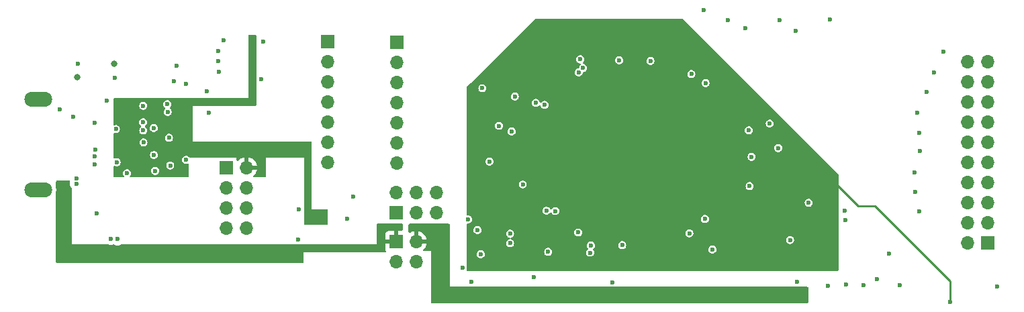
<source format=gbr>
%TF.GenerationSoftware,KiCad,Pcbnew,7.0.6-7.0.6~ubuntu20.04.1*%
%TF.CreationDate,2023-10-29T13:00:39+01:00*%
%TF.ProjectId,amurNutzlast,616d7572-4e75-4747-9a6c-6173742e6b69,rev?*%
%TF.SameCoordinates,Original*%
%TF.FileFunction,Copper,L3,Inr*%
%TF.FilePolarity,Positive*%
%FSLAX46Y46*%
G04 Gerber Fmt 4.6, Leading zero omitted, Abs format (unit mm)*
G04 Created by KiCad (PCBNEW 7.0.6-7.0.6~ubuntu20.04.1) date 2023-10-29 13:00:39*
%MOMM*%
%LPD*%
G01*
G04 APERTURE LIST*
%TA.AperFunction,ComponentPad*%
%ADD10R,1.700000X1.700000*%
%TD*%
%TA.AperFunction,ComponentPad*%
%ADD11O,1.700000X1.700000*%
%TD*%
%TA.AperFunction,ComponentPad*%
%ADD12O,3.500000X1.900000*%
%TD*%
%TA.AperFunction,ViaPad*%
%ADD13C,0.600000*%
%TD*%
%TA.AperFunction,ViaPad*%
%ADD14C,0.800000*%
%TD*%
%TA.AperFunction,Conductor*%
%ADD15C,0.250000*%
%TD*%
G04 APERTURE END LIST*
D10*
%TO.N,/fpga/FTDI_DCD*%
%TO.C,J7*%
X98275000Y-34980000D03*
D11*
%TO.N,/fpga/FTDI_DSR*%
X98275000Y-37520000D03*
%TO.N,/fpga/FTDI_DTR*%
X98275000Y-40060000D03*
%TO.N,/fpga/FTDI_CTS*%
X98275000Y-42600000D03*
%TO.N,/fpga/FTDI_RTS*%
X98275000Y-45140000D03*
%TO.N,/fpga/FTDI_TX*%
X98275000Y-47680000D03*
%TO.N,/fpga/FTDI_RX*%
X98275000Y-50220000D03*
%TD*%
D10*
%TO.N,/ftdi/DCD*%
%TO.C,J5*%
X89595000Y-34879000D03*
D11*
%TO.N,/ftdi/DSR*%
X89595000Y-37419000D03*
%TO.N,/ftdi/DTR*%
X89595000Y-39959000D03*
%TO.N,/ftdi/CTS*%
X89595000Y-42499000D03*
%TO.N,/ftdi/RTS*%
X89595000Y-45039000D03*
%TO.N,/ftdi/TX*%
X89595000Y-47579000D03*
%TO.N,/ftdi/RX*%
X89595000Y-50119000D03*
%TD*%
D10*
%TO.N,/MISO*%
%TO.C,J1*%
X98225000Y-56475000D03*
D11*
%TO.N,/ICE_CDONE*%
X98225000Y-53935000D03*
%TO.N,/SS*%
X100765000Y-56475000D03*
%TO.N,/ICE_CREST*%
X100765000Y-53935000D03*
%TO.N,/MOSI*%
X103305000Y-56475000D03*
%TO.N,/SCL*%
X103305000Y-53935000D03*
%TD*%
D10*
%TO.N,GND1*%
%TO.C,J4*%
X76768000Y-50759000D03*
D11*
%TO.N,+3.3VP*%
X79308000Y-50759000D03*
%TO.N,/ftdi/ICE_CREST*%
X76768000Y-53299000D03*
%TO.N,/ftdi/ICE_CLK*%
X79308000Y-53299000D03*
%TO.N,/ftdi/ICE_CDONE*%
X76768000Y-55839000D03*
%TO.N,/ftdi/ICE_MOSI*%
X79308000Y-55839000D03*
%TO.N,/ftdi/ICE_SS*%
X76768000Y-58379000D03*
%TO.N,/ftdi/ICE_MISO*%
X79308000Y-58379000D03*
%TD*%
D10*
%TO.N,/fpga/PIO1*%
%TO.C,J8*%
X172750000Y-60260000D03*
D11*
%TO.N,/fpga/PIO2*%
X170210000Y-60260000D03*
%TO.N,/fpga/PIO3*%
X172750000Y-57720000D03*
%TO.N,/fpga/PIO4*%
X170210000Y-57720000D03*
%TO.N,/fpga/PIO5*%
X172750000Y-55180000D03*
%TO.N,/fpga/PIO6*%
X170210000Y-55180000D03*
%TO.N,/fpga/PIO7*%
X172750000Y-52640000D03*
%TO.N,/fpga/PIO8*%
X170210000Y-52640000D03*
%TO.N,/fpga/PIO9*%
X172750000Y-50100000D03*
%TO.N,/fpga/PIO10*%
X170210000Y-50100000D03*
%TO.N,/fpga/PIO11*%
X172750000Y-47560000D03*
%TO.N,/fpga/PIO12*%
X170210000Y-47560000D03*
%TO.N,/fpga/PIO13*%
X172750000Y-45020000D03*
%TO.N,/fpga/PIO14*%
X170210000Y-45020000D03*
%TO.N,/fpga/PIO15*%
X172750000Y-42480000D03*
%TO.N,/fpga/PIO16*%
X170210000Y-42480000D03*
%TO.N,/fpga/PIO17*%
X172750000Y-39940000D03*
%TO.N,/fpga/PIO18*%
X170210000Y-39940000D03*
%TO.N,/fpga/PIO19*%
X172750000Y-37400000D03*
%TO.N,/fpga/PIO20*%
X170210000Y-37400000D03*
%TD*%
D12*
%TO.N,GND1*%
%TO.C,J6*%
X53061000Y-53538000D03*
X53061000Y-42138000D03*
%TD*%
D10*
%TO.N,VBUS*%
%TO.C,J2*%
X98160000Y-60100000D03*
D11*
%TO.N,+5V*%
X100700000Y-60100000D03*
%TO.N,GND1*%
X98160000Y-62640000D03*
%TO.N,GND*%
X100700000Y-62640000D03*
%TD*%
D13*
%TO.N,+1V2*%
X150200000Y-55200000D03*
X161700000Y-65600000D03*
%TO.N,GND1*%
X60236500Y-48513500D03*
%TO.N,+3.3V*%
X168050000Y-67750000D03*
%TO.N,GND*%
X174000000Y-65800000D03*
X121150000Y-58950000D03*
X126700000Y-60550000D03*
X135150000Y-59050000D03*
X130250000Y-37300000D03*
X126307436Y-37227301D03*
X121200000Y-38750000D03*
X121750000Y-38200000D03*
X121400000Y-37100000D03*
%TO.N,+3.3V*%
X115100000Y-37800000D03*
%TO.N,GND*%
X115800000Y-42600000D03*
X109050000Y-40750000D03*
X113150000Y-41800000D03*
X108450000Y-58650000D03*
X148750000Y-65150000D03*
X137000000Y-30850000D03*
X142250000Y-33150000D03*
X148600000Y-33550000D03*
X145300000Y-45200000D03*
X137200000Y-40100000D03*
X135402825Y-38958475D03*
X154750000Y-56200000D03*
X154950000Y-65500000D03*
X154850000Y-57400000D03*
X160350000Y-61600000D03*
X147850000Y-59900000D03*
X146350000Y-48300000D03*
%TO.N,+3.3V*%
X146450000Y-53400000D03*
%TO.N,GND*%
X142750000Y-53100000D03*
X138050000Y-61100000D03*
X125450000Y-65300000D03*
X117150000Y-56200000D03*
X117350000Y-61400000D03*
X114150000Y-52900000D03*
X106550000Y-63400000D03*
%TO.N,+3.3V*%
X135800000Y-60150000D03*
X153550000Y-52700000D03*
X112350000Y-58095000D03*
X135150000Y-38200000D03*
X117850000Y-46400000D03*
X116850000Y-55400000D03*
X140250000Y-54000000D03*
X137500000Y-40850000D03*
X127450000Y-63100000D03*
X120583884Y-58233884D03*
X109850000Y-41050000D03*
X124050000Y-35300000D03*
X153550000Y-51900000D03*
%TO.N,Net-(U1E-VCCPLL)*%
X112750000Y-46200000D03*
%TO.N,GNDD*%
X111150000Y-45500000D03*
%TO.N,+1V2*%
X109950000Y-50000000D03*
X118250000Y-56250000D03*
X142650000Y-46050000D03*
X116900000Y-42850000D03*
X137125500Y-57250000D03*
%TO.N,Net-(D1-K)*%
X143000000Y-49400000D03*
%TO.N,Net-(D6-A)*%
X62175000Y-59725000D03*
%TO.N,+3.3VP*%
X67620088Y-43599500D03*
X88452000Y-56601000D03*
X70383735Y-42643614D03*
X88452000Y-57617000D03*
X71812279Y-46314714D03*
X70700000Y-50552500D03*
X65084000Y-51394000D03*
X87182000Y-57236000D03*
X62798000Y-47330000D03*
X62808349Y-44799990D03*
X80197000Y-34884000D03*
X92008000Y-57236000D03*
%TO.N,+1V8*%
X71688000Y-40218000D03*
D14*
%TO.N,Net-(U4-OSCI)*%
X62671000Y-37678000D03*
%TO.N,Net-(U4-OSCO)*%
X57972000Y-39329000D03*
D13*
%TO.N,VBUS*%
X55686000Y-52791000D03*
X83753000Y-60919000D03*
X56702000Y-52791000D03*
X84515000Y-60919000D03*
%TO.N,Net-(D2-K)*%
X140050000Y-32200000D03*
%TO.N,Net-(D3-K)*%
X146500000Y-32200000D03*
%TO.N,Net-(D4-K)*%
X152850000Y-32100000D03*
%TO.N,/ICE_CREST*%
X122650000Y-61500000D03*
%TO.N,/ICE_CDONE*%
X122750000Y-60600000D03*
%TO.N,/SCL*%
X115550000Y-64600000D03*
X112550000Y-60300000D03*
%TO.N,/SS*%
X107650000Y-65200000D03*
X107250000Y-57300000D03*
%TO.N,/fpga/PIO3*%
X164150000Y-56300000D03*
%TO.N,/fpga/PIO5*%
X163650000Y-53800000D03*
%TO.N,/fpga/PIO7*%
X163550000Y-51400000D03*
%TO.N,/fpga/PIO9*%
X164250000Y-48700000D03*
%TO.N,/fpga/PIO11*%
X164150000Y-46400000D03*
%TO.N,/fpga/PIO13*%
X163850000Y-43800000D03*
%TO.N,/fpga/PIO15*%
X165050000Y-41200000D03*
%TO.N,/fpga/PIO17*%
X166000000Y-38750000D03*
%TO.N,/fpga/PIO19*%
X167150000Y-36100000D03*
%TO.N,Net-(U2-PWRGD1)*%
X157150000Y-65600000D03*
%TO.N,Net-(U2-PWRGD2)*%
X152650000Y-65700000D03*
%TO.N,Net-(U6-IO2)*%
X108850000Y-61700000D03*
%TO.N,Net-(U6-IO3)*%
X112550000Y-59100000D03*
%TO.N,Net-(U5-DO)*%
X74355000Y-41107000D03*
%TO.N,Net-(U4-EEDATA)*%
X75879000Y-38694000D03*
%TO.N,Net-(U4-EECLK)*%
X75752000Y-37297000D03*
%TO.N,/ftdi/CS_FTDI*%
X75752000Y-36027000D03*
%TO.N,Net-(U4-REF)*%
X62846002Y-45895123D03*
%TO.N,Net-(U4-~{RESET})*%
X62942936Y-50078325D03*
%TO.N,GND1*%
X67800000Y-51175000D03*
X69375000Y-43750000D03*
X81175000Y-39575000D03*
X57875000Y-52125000D03*
X61725000Y-42300000D03*
X60200000Y-50325000D03*
X67650000Y-49175000D03*
X60175000Y-45150000D03*
X60175000Y-49350000D03*
X69550000Y-47000000D03*
X66300000Y-46075000D03*
X70150000Y-39900000D03*
X81400000Y-34850000D03*
X76450000Y-34700000D03*
X69700000Y-50500000D03*
X55811000Y-43425000D03*
X67625000Y-45775000D03*
X66325000Y-47575000D03*
X60425000Y-56575000D03*
X92775000Y-54400000D03*
X64250000Y-51475000D03*
X70525000Y-37921500D03*
X57475000Y-44350000D03*
X85950000Y-56025000D03*
X57850000Y-52775000D03*
X58075000Y-37675000D03*
X66300000Y-42975000D03*
X74550000Y-43850000D03*
X62750000Y-39400000D03*
X63050000Y-59800000D03*
X71700000Y-49775000D03*
X85785502Y-59840000D03*
X69325000Y-42775000D03*
X66275000Y-45033500D03*
%TO.N,+5V*%
X149650000Y-66900000D03*
X149650000Y-66100000D03*
X158850000Y-64800000D03*
X149750000Y-67600000D03*
%TD*%
D15*
%TO.N,+3.3V*%
X168050000Y-65077000D02*
X158586500Y-55613500D01*
X168050000Y-67750000D02*
X168050000Y-65077000D01*
X158586500Y-55613500D02*
X156463500Y-55613500D01*
X156463500Y-55613500D02*
X153550000Y-52700000D01*
%TD*%
%TA.AperFunction,Conductor*%
%TO.N,+3.3V*%
G36*
X134365677Y-32019685D02*
G01*
X134386319Y-32036319D01*
X153913681Y-51563681D01*
X153947166Y-51625004D01*
X153950000Y-51651362D01*
X153950000Y-63676000D01*
X153930315Y-63743039D01*
X153877511Y-63788794D01*
X153826000Y-63800000D01*
X107174000Y-63800000D01*
X107106961Y-63780315D01*
X107061206Y-63727511D01*
X107050000Y-63676000D01*
X107050000Y-63448145D01*
X107051262Y-63430498D01*
X107055647Y-63400000D01*
X107051262Y-63369500D01*
X107050000Y-63351854D01*
X107050000Y-61699999D01*
X108344353Y-61699999D01*
X108364834Y-61842456D01*
X108418494Y-61959953D01*
X108424623Y-61973373D01*
X108518872Y-62082143D01*
X108639947Y-62159953D01*
X108639950Y-62159954D01*
X108639949Y-62159954D01*
X108778036Y-62200499D01*
X108778038Y-62200500D01*
X108778039Y-62200500D01*
X108921962Y-62200500D01*
X108921962Y-62200499D01*
X109060053Y-62159953D01*
X109181128Y-62082143D01*
X109275377Y-61973373D01*
X109335165Y-61842457D01*
X109355647Y-61700000D01*
X109335165Y-61557543D01*
X109275377Y-61426627D01*
X109252305Y-61400000D01*
X116844353Y-61400000D01*
X116864834Y-61542456D01*
X116910504Y-61642457D01*
X116924623Y-61673373D01*
X117018872Y-61782143D01*
X117139947Y-61859953D01*
X117139950Y-61859954D01*
X117139949Y-61859954D01*
X117278036Y-61900499D01*
X117278038Y-61900500D01*
X117278039Y-61900500D01*
X117421962Y-61900500D01*
X117421962Y-61900499D01*
X117560053Y-61859953D01*
X117681128Y-61782143D01*
X117775377Y-61673373D01*
X117835165Y-61542457D01*
X117841269Y-61500000D01*
X122144353Y-61500000D01*
X122164834Y-61642456D01*
X122178953Y-61673371D01*
X122224623Y-61773373D01*
X122318872Y-61882143D01*
X122439947Y-61959953D01*
X122439950Y-61959954D01*
X122439949Y-61959954D01*
X122578036Y-62000499D01*
X122578038Y-62000500D01*
X122578039Y-62000500D01*
X122721962Y-62000500D01*
X122721962Y-62000499D01*
X122860053Y-61959953D01*
X122981128Y-61882143D01*
X123075377Y-61773373D01*
X123135165Y-61642457D01*
X123155647Y-61500000D01*
X123135165Y-61357543D01*
X123075377Y-61226627D01*
X123035074Y-61180114D01*
X123006050Y-61116558D01*
X123008431Y-61100000D01*
X137544353Y-61100000D01*
X137546734Y-61116558D01*
X137564834Y-61242456D01*
X137624622Y-61373371D01*
X137624623Y-61373373D01*
X137718872Y-61482143D01*
X137839947Y-61559953D01*
X137839950Y-61559954D01*
X137839949Y-61559954D01*
X137978036Y-61600499D01*
X137978038Y-61600500D01*
X137978039Y-61600500D01*
X138121962Y-61600500D01*
X138121962Y-61600499D01*
X138260053Y-61559953D01*
X138381128Y-61482143D01*
X138475377Y-61373373D01*
X138535165Y-61242457D01*
X138555647Y-61100000D01*
X138535165Y-60957543D01*
X138475377Y-60826627D01*
X138381128Y-60717857D01*
X138260053Y-60640047D01*
X138260051Y-60640046D01*
X138260049Y-60640045D01*
X138260050Y-60640045D01*
X138121963Y-60599500D01*
X138121961Y-60599500D01*
X137978039Y-60599500D01*
X137978036Y-60599500D01*
X137839949Y-60640045D01*
X137718873Y-60717856D01*
X137624623Y-60826626D01*
X137624622Y-60826628D01*
X137564834Y-60957543D01*
X137544353Y-61099999D01*
X137544353Y-61100000D01*
X123008431Y-61100000D01*
X123015994Y-61047399D01*
X123061749Y-60994597D01*
X123081128Y-60982143D01*
X123175377Y-60873373D01*
X123235165Y-60742457D01*
X123255647Y-60600000D01*
X123248458Y-60549999D01*
X126194353Y-60549999D01*
X126214834Y-60692456D01*
X126245660Y-60759954D01*
X126274623Y-60823373D01*
X126368872Y-60932143D01*
X126489947Y-61009953D01*
X126489950Y-61009954D01*
X126489949Y-61009954D01*
X126628036Y-61050499D01*
X126628038Y-61050500D01*
X126628039Y-61050500D01*
X126771962Y-61050500D01*
X126771962Y-61050499D01*
X126910053Y-61009953D01*
X127031128Y-60932143D01*
X127125377Y-60823373D01*
X127185165Y-60692457D01*
X127205647Y-60550000D01*
X127185165Y-60407543D01*
X127125377Y-60276627D01*
X127031128Y-60167857D01*
X126910053Y-60090047D01*
X126910051Y-60090046D01*
X126910049Y-60090045D01*
X126910050Y-60090045D01*
X126771963Y-60049500D01*
X126771961Y-60049500D01*
X126628039Y-60049500D01*
X126628036Y-60049500D01*
X126489949Y-60090045D01*
X126368873Y-60167856D01*
X126274623Y-60276626D01*
X126274622Y-60276628D01*
X126214834Y-60407543D01*
X126194353Y-60549999D01*
X123248458Y-60549999D01*
X123235165Y-60457543D01*
X123175377Y-60326627D01*
X123081128Y-60217857D01*
X122960053Y-60140047D01*
X122960051Y-60140046D01*
X122960049Y-60140045D01*
X122960050Y-60140045D01*
X122821963Y-60099500D01*
X122821961Y-60099500D01*
X122678039Y-60099500D01*
X122678036Y-60099500D01*
X122539949Y-60140045D01*
X122418873Y-60217856D01*
X122324623Y-60326626D01*
X122324622Y-60326628D01*
X122264834Y-60457543D01*
X122244353Y-60600000D01*
X122264834Y-60742456D01*
X122324622Y-60873371D01*
X122324625Y-60873377D01*
X122364924Y-60919883D01*
X122393950Y-60983438D01*
X122384007Y-61052597D01*
X122338254Y-61105400D01*
X122318874Y-61117855D01*
X122224623Y-61226626D01*
X122224622Y-61226628D01*
X122164834Y-61357543D01*
X122144353Y-61500000D01*
X117841269Y-61500000D01*
X117855647Y-61400000D01*
X117835165Y-61257543D01*
X117775377Y-61126627D01*
X117681128Y-61017857D01*
X117560053Y-60940047D01*
X117560051Y-60940046D01*
X117560049Y-60940045D01*
X117560050Y-60940045D01*
X117421963Y-60899500D01*
X117421961Y-60899500D01*
X117278039Y-60899500D01*
X117278036Y-60899500D01*
X117139949Y-60940045D01*
X117018873Y-61017856D01*
X116924623Y-61126626D01*
X116924622Y-61126628D01*
X116864834Y-61257543D01*
X116844353Y-61400000D01*
X109252305Y-61400000D01*
X109181128Y-61317857D01*
X109060053Y-61240047D01*
X109060051Y-61240046D01*
X109060049Y-61240045D01*
X109060050Y-61240045D01*
X108921963Y-61199500D01*
X108921961Y-61199500D01*
X108778039Y-61199500D01*
X108778036Y-61199500D01*
X108639949Y-61240045D01*
X108518873Y-61317856D01*
X108424623Y-61426626D01*
X108424622Y-61426628D01*
X108364834Y-61557543D01*
X108344353Y-61699999D01*
X107050000Y-61699999D01*
X107050000Y-60299999D01*
X112044353Y-60299999D01*
X112064834Y-60442456D01*
X112113948Y-60549999D01*
X112124623Y-60573373D01*
X112218872Y-60682143D01*
X112339947Y-60759953D01*
X112339950Y-60759954D01*
X112339949Y-60759954D01*
X112478036Y-60800499D01*
X112478038Y-60800500D01*
X112478039Y-60800500D01*
X112621962Y-60800500D01*
X112621962Y-60800499D01*
X112760053Y-60759953D01*
X112881128Y-60682143D01*
X112975377Y-60573373D01*
X113035165Y-60442457D01*
X113055647Y-60300000D01*
X113035165Y-60157543D01*
X112975377Y-60026627D01*
X112881128Y-59917857D01*
X112853340Y-59899999D01*
X147344353Y-59899999D01*
X147364834Y-60042456D01*
X147422103Y-60167856D01*
X147424623Y-60173373D01*
X147518872Y-60282143D01*
X147639947Y-60359953D01*
X147639950Y-60359954D01*
X147639949Y-60359954D01*
X147778036Y-60400499D01*
X147778038Y-60400500D01*
X147778039Y-60400500D01*
X147921962Y-60400500D01*
X147921962Y-60400499D01*
X148060053Y-60359953D01*
X148181128Y-60282143D01*
X148275377Y-60173373D01*
X148335165Y-60042457D01*
X148355647Y-59900000D01*
X148335165Y-59757543D01*
X148275377Y-59626627D01*
X148181128Y-59517857D01*
X148060053Y-59440047D01*
X148060051Y-59440046D01*
X148060049Y-59440045D01*
X148060050Y-59440045D01*
X147921963Y-59399500D01*
X147921961Y-59399500D01*
X147778039Y-59399500D01*
X147778036Y-59399500D01*
X147639949Y-59440045D01*
X147518873Y-59517856D01*
X147424623Y-59626626D01*
X147424622Y-59626628D01*
X147364834Y-59757543D01*
X147344353Y-59899999D01*
X112853340Y-59899999D01*
X112760053Y-59840047D01*
X112760051Y-59840046D01*
X112760049Y-59840045D01*
X112760050Y-59840045D01*
X112688296Y-59818977D01*
X112629518Y-59781203D01*
X112600492Y-59717648D01*
X112610435Y-59648489D01*
X112656190Y-59595685D01*
X112688296Y-59581023D01*
X112760050Y-59559954D01*
X112760050Y-59559953D01*
X112760053Y-59559953D01*
X112881128Y-59482143D01*
X112975377Y-59373373D01*
X113035165Y-59242457D01*
X113055647Y-59100000D01*
X113035165Y-58957543D01*
X113031720Y-58950000D01*
X120644353Y-58950000D01*
X120664834Y-59092456D01*
X120710504Y-59192457D01*
X120724623Y-59223373D01*
X120818872Y-59332143D01*
X120939947Y-59409953D01*
X120939950Y-59409954D01*
X120939949Y-59409954D01*
X121078036Y-59450499D01*
X121078038Y-59450500D01*
X121078039Y-59450500D01*
X121221962Y-59450500D01*
X121221962Y-59450499D01*
X121360053Y-59409953D01*
X121481128Y-59332143D01*
X121575377Y-59223373D01*
X121635165Y-59092457D01*
X121641269Y-59049999D01*
X134644353Y-59049999D01*
X134664834Y-59192456D01*
X134678953Y-59223371D01*
X134724623Y-59323373D01*
X134818872Y-59432143D01*
X134939947Y-59509953D01*
X134939950Y-59509954D01*
X134939949Y-59509954D01*
X135078036Y-59550499D01*
X135078038Y-59550500D01*
X135078039Y-59550500D01*
X135221962Y-59550500D01*
X135221962Y-59550499D01*
X135360053Y-59509953D01*
X135481128Y-59432143D01*
X135575377Y-59323373D01*
X135635165Y-59192457D01*
X135655647Y-59050000D01*
X135635165Y-58907543D01*
X135575377Y-58776627D01*
X135481128Y-58667857D01*
X135360053Y-58590047D01*
X135360051Y-58590046D01*
X135360049Y-58590045D01*
X135360050Y-58590045D01*
X135221963Y-58549500D01*
X135221961Y-58549500D01*
X135078039Y-58549500D01*
X135078036Y-58549500D01*
X134939949Y-58590045D01*
X134818873Y-58667856D01*
X134724623Y-58776626D01*
X134724622Y-58776628D01*
X134664834Y-58907543D01*
X134644353Y-59049999D01*
X121641269Y-59049999D01*
X121655647Y-58950000D01*
X121635165Y-58807543D01*
X121575377Y-58676627D01*
X121481128Y-58567857D01*
X121360053Y-58490047D01*
X121360051Y-58490046D01*
X121360049Y-58490045D01*
X121360050Y-58490045D01*
X121221963Y-58449500D01*
X121221961Y-58449500D01*
X121078039Y-58449500D01*
X121078036Y-58449500D01*
X120939949Y-58490045D01*
X120818873Y-58567856D01*
X120724623Y-58676626D01*
X120724622Y-58676628D01*
X120664834Y-58807543D01*
X120644353Y-58950000D01*
X113031720Y-58950000D01*
X112975377Y-58826627D01*
X112881128Y-58717857D01*
X112760053Y-58640047D01*
X112760051Y-58640046D01*
X112760049Y-58640045D01*
X112760050Y-58640045D01*
X112621963Y-58599500D01*
X112621961Y-58599500D01*
X112478039Y-58599500D01*
X112478036Y-58599500D01*
X112339949Y-58640045D01*
X112218873Y-58717856D01*
X112124623Y-58826626D01*
X112124622Y-58826628D01*
X112064834Y-58957543D01*
X112044353Y-59100000D01*
X112064834Y-59242456D01*
X112124622Y-59373371D01*
X112124623Y-59373373D01*
X112218872Y-59482143D01*
X112262147Y-59509954D01*
X112339948Y-59559954D01*
X112411704Y-59581023D01*
X112470482Y-59618797D01*
X112499507Y-59682353D01*
X112489563Y-59751511D01*
X112443809Y-59804315D01*
X112411704Y-59818977D01*
X112339948Y-59840045D01*
X112218873Y-59917856D01*
X112124623Y-60026626D01*
X112124622Y-60026628D01*
X112064834Y-60157543D01*
X112044353Y-60299999D01*
X107050000Y-60299999D01*
X107050000Y-58649999D01*
X107944353Y-58649999D01*
X107964834Y-58792456D01*
X108024622Y-58923371D01*
X108024623Y-58923373D01*
X108118872Y-59032143D01*
X108239947Y-59109953D01*
X108239950Y-59109954D01*
X108239949Y-59109954D01*
X108378036Y-59150499D01*
X108378038Y-59150500D01*
X108378039Y-59150500D01*
X108521962Y-59150500D01*
X108521962Y-59150499D01*
X108660053Y-59109953D01*
X108781128Y-59032143D01*
X108875377Y-58923373D01*
X108935165Y-58792457D01*
X108955647Y-58650000D01*
X108935165Y-58507543D01*
X108875377Y-58376627D01*
X108781128Y-58267857D01*
X108660053Y-58190047D01*
X108660051Y-58190046D01*
X108660049Y-58190045D01*
X108660050Y-58190045D01*
X108521963Y-58149500D01*
X108521961Y-58149500D01*
X108378039Y-58149500D01*
X108378036Y-58149500D01*
X108239949Y-58190045D01*
X108118873Y-58267856D01*
X108024623Y-58376626D01*
X108024622Y-58376628D01*
X107964834Y-58507543D01*
X107944353Y-58649999D01*
X107050000Y-58649999D01*
X107050000Y-57924500D01*
X107069685Y-57857461D01*
X107122489Y-57811706D01*
X107174000Y-57800500D01*
X107321962Y-57800500D01*
X107321962Y-57800499D01*
X107460053Y-57759953D01*
X107581128Y-57682143D01*
X107675377Y-57573373D01*
X107735165Y-57442457D01*
X107755647Y-57300000D01*
X107748458Y-57250000D01*
X136619853Y-57250000D01*
X136640334Y-57392456D01*
X136663169Y-57442456D01*
X136700123Y-57523373D01*
X136794372Y-57632143D01*
X136915447Y-57709953D01*
X136915450Y-57709954D01*
X136915449Y-57709954D01*
X137053536Y-57750499D01*
X137053538Y-57750500D01*
X137053539Y-57750500D01*
X137197462Y-57750500D01*
X137197462Y-57750499D01*
X137335553Y-57709953D01*
X137456628Y-57632143D01*
X137550877Y-57523373D01*
X137610665Y-57392457D01*
X137631147Y-57250000D01*
X137610665Y-57107543D01*
X137550877Y-56976627D01*
X137456628Y-56867857D01*
X137335553Y-56790047D01*
X137335551Y-56790046D01*
X137335549Y-56790045D01*
X137335550Y-56790045D01*
X137197463Y-56749500D01*
X137197461Y-56749500D01*
X137053539Y-56749500D01*
X137053536Y-56749500D01*
X136915449Y-56790045D01*
X136794373Y-56867856D01*
X136700123Y-56976626D01*
X136700122Y-56976628D01*
X136640334Y-57107543D01*
X136619853Y-57250000D01*
X107748458Y-57250000D01*
X107735165Y-57157543D01*
X107675377Y-57026627D01*
X107581128Y-56917857D01*
X107460053Y-56840047D01*
X107460051Y-56840046D01*
X107460049Y-56840045D01*
X107460050Y-56840045D01*
X107321963Y-56799500D01*
X107321961Y-56799500D01*
X107178039Y-56799500D01*
X107174000Y-56799500D01*
X107106961Y-56779815D01*
X107061206Y-56727011D01*
X107050000Y-56675500D01*
X107050000Y-56200000D01*
X116644353Y-56200000D01*
X116664834Y-56342456D01*
X116700093Y-56419661D01*
X116724623Y-56473373D01*
X116818872Y-56582143D01*
X116939947Y-56659953D01*
X116939950Y-56659954D01*
X116939949Y-56659954D01*
X117078036Y-56700499D01*
X117078038Y-56700500D01*
X117078039Y-56700500D01*
X117221962Y-56700500D01*
X117221962Y-56700499D01*
X117360053Y-56659953D01*
X117481128Y-56582143D01*
X117575377Y-56473373D01*
X117575784Y-56472479D01*
X117576427Y-56471738D01*
X117580171Y-56465913D01*
X117581008Y-56466450D01*
X117621533Y-56419674D01*
X117688571Y-56399983D01*
X117755612Y-56419661D01*
X117801372Y-56472461D01*
X117801376Y-56472470D01*
X117801789Y-56473374D01*
X117824623Y-56523373D01*
X117918872Y-56632143D01*
X118039947Y-56709953D01*
X118039950Y-56709954D01*
X118039949Y-56709954D01*
X118147107Y-56741417D01*
X118174633Y-56749500D01*
X118178036Y-56750499D01*
X118178038Y-56750500D01*
X118178039Y-56750500D01*
X118321962Y-56750500D01*
X118321962Y-56750499D01*
X118460053Y-56709953D01*
X118581128Y-56632143D01*
X118675377Y-56523373D01*
X118735165Y-56392457D01*
X118755647Y-56250000D01*
X118735165Y-56107543D01*
X118675377Y-55976627D01*
X118581128Y-55867857D01*
X118460053Y-55790047D01*
X118460051Y-55790046D01*
X118460049Y-55790045D01*
X118460050Y-55790045D01*
X118321963Y-55749500D01*
X118321961Y-55749500D01*
X118178039Y-55749500D01*
X118178036Y-55749500D01*
X118039949Y-55790045D01*
X117918873Y-55867856D01*
X117824623Y-55976626D01*
X117824620Y-55976631D01*
X117824209Y-55977532D01*
X117823561Y-55978279D01*
X117819829Y-55984087D01*
X117818993Y-55983550D01*
X117778452Y-56030334D01*
X117711412Y-56050016D01*
X117644373Y-56030329D01*
X117598623Y-55977528D01*
X117575377Y-55926628D01*
X117575376Y-55926626D01*
X117481128Y-55817857D01*
X117360053Y-55740047D01*
X117360051Y-55740046D01*
X117360049Y-55740045D01*
X117360050Y-55740045D01*
X117221963Y-55699500D01*
X117221961Y-55699500D01*
X117078039Y-55699500D01*
X117078036Y-55699500D01*
X116939949Y-55740045D01*
X116818873Y-55817856D01*
X116724623Y-55926626D01*
X116724622Y-55926628D01*
X116664834Y-56057543D01*
X116644353Y-56200000D01*
X107050000Y-56200000D01*
X107050000Y-55200000D01*
X149694353Y-55200000D01*
X149714834Y-55342456D01*
X149774622Y-55473371D01*
X149774623Y-55473373D01*
X149868872Y-55582143D01*
X149989947Y-55659953D01*
X149989950Y-55659954D01*
X149989949Y-55659954D01*
X150097107Y-55691417D01*
X150124633Y-55699500D01*
X150128036Y-55700499D01*
X150128038Y-55700500D01*
X150128039Y-55700500D01*
X150271962Y-55700500D01*
X150271962Y-55700499D01*
X150410053Y-55659953D01*
X150531128Y-55582143D01*
X150625377Y-55473373D01*
X150685165Y-55342457D01*
X150705647Y-55200000D01*
X150685165Y-55057543D01*
X150625377Y-54926627D01*
X150531128Y-54817857D01*
X150410053Y-54740047D01*
X150410051Y-54740046D01*
X150410049Y-54740045D01*
X150410050Y-54740045D01*
X150271963Y-54699500D01*
X150271961Y-54699500D01*
X150128039Y-54699500D01*
X150128036Y-54699500D01*
X149989949Y-54740045D01*
X149868873Y-54817856D01*
X149774623Y-54926626D01*
X149774622Y-54926628D01*
X149714834Y-55057543D01*
X149694353Y-55200000D01*
X107050000Y-55200000D01*
X107050000Y-52899999D01*
X113644353Y-52899999D01*
X113664834Y-53042456D01*
X113691114Y-53099999D01*
X113724623Y-53173373D01*
X113818872Y-53282143D01*
X113939947Y-53359953D01*
X113939950Y-53359954D01*
X113939949Y-53359954D01*
X114078036Y-53400499D01*
X114078038Y-53400500D01*
X114078039Y-53400500D01*
X114221962Y-53400500D01*
X114221962Y-53400499D01*
X114360053Y-53359953D01*
X114481128Y-53282143D01*
X114575377Y-53173373D01*
X114608886Y-53100000D01*
X142244353Y-53100000D01*
X142264834Y-53242456D01*
X142282959Y-53282143D01*
X142324623Y-53373373D01*
X142418872Y-53482143D01*
X142539947Y-53559953D01*
X142539950Y-53559954D01*
X142539949Y-53559954D01*
X142678036Y-53600499D01*
X142678038Y-53600500D01*
X142678039Y-53600500D01*
X142821962Y-53600500D01*
X142821962Y-53600499D01*
X142960053Y-53559953D01*
X143081128Y-53482143D01*
X143175377Y-53373373D01*
X143235165Y-53242457D01*
X143255647Y-53100000D01*
X143235165Y-52957543D01*
X143175377Y-52826627D01*
X143081128Y-52717857D01*
X142960053Y-52640047D01*
X142960051Y-52640046D01*
X142960049Y-52640045D01*
X142960050Y-52640045D01*
X142821963Y-52599500D01*
X142821961Y-52599500D01*
X142678039Y-52599500D01*
X142678036Y-52599500D01*
X142539949Y-52640045D01*
X142418873Y-52717856D01*
X142324623Y-52826626D01*
X142324622Y-52826628D01*
X142264834Y-52957543D01*
X142244353Y-53100000D01*
X114608886Y-53100000D01*
X114635165Y-53042457D01*
X114655647Y-52900000D01*
X114635165Y-52757543D01*
X114575377Y-52626627D01*
X114481128Y-52517857D01*
X114360053Y-52440047D01*
X114360051Y-52440046D01*
X114360049Y-52440045D01*
X114360050Y-52440045D01*
X114221963Y-52399500D01*
X114221961Y-52399500D01*
X114078039Y-52399500D01*
X114078036Y-52399500D01*
X113939949Y-52440045D01*
X113818873Y-52517856D01*
X113724623Y-52626626D01*
X113724622Y-52626628D01*
X113664834Y-52757543D01*
X113644353Y-52899999D01*
X107050000Y-52899999D01*
X107050000Y-50000000D01*
X109444353Y-50000000D01*
X109464834Y-50142456D01*
X109524622Y-50273371D01*
X109524623Y-50273373D01*
X109618872Y-50382143D01*
X109739947Y-50459953D01*
X109739950Y-50459954D01*
X109739949Y-50459954D01*
X109878036Y-50500499D01*
X109878038Y-50500500D01*
X109878039Y-50500500D01*
X110021962Y-50500500D01*
X110021962Y-50500499D01*
X110160053Y-50459953D01*
X110281128Y-50382143D01*
X110375377Y-50273373D01*
X110435165Y-50142457D01*
X110455647Y-50000000D01*
X110435165Y-49857543D01*
X110375377Y-49726627D01*
X110281128Y-49617857D01*
X110160053Y-49540047D01*
X110160051Y-49540046D01*
X110160049Y-49540045D01*
X110160050Y-49540045D01*
X110021963Y-49499500D01*
X110021961Y-49499500D01*
X109878039Y-49499500D01*
X109878036Y-49499500D01*
X109739949Y-49540045D01*
X109618873Y-49617856D01*
X109524623Y-49726626D01*
X109524622Y-49726628D01*
X109464834Y-49857543D01*
X109444353Y-50000000D01*
X107050000Y-50000000D01*
X107050000Y-49400000D01*
X142494353Y-49400000D01*
X142514834Y-49542456D01*
X142549269Y-49617856D01*
X142574623Y-49673373D01*
X142668872Y-49782143D01*
X142789947Y-49859953D01*
X142789950Y-49859954D01*
X142789949Y-49859954D01*
X142928036Y-49900499D01*
X142928038Y-49900500D01*
X142928039Y-49900500D01*
X143071962Y-49900500D01*
X143071962Y-49900499D01*
X143210053Y-49859953D01*
X143331128Y-49782143D01*
X143425377Y-49673373D01*
X143485165Y-49542457D01*
X143505647Y-49400000D01*
X143485165Y-49257543D01*
X143425377Y-49126627D01*
X143331128Y-49017857D01*
X143210053Y-48940047D01*
X143210051Y-48940046D01*
X143210049Y-48940045D01*
X143210050Y-48940045D01*
X143071963Y-48899500D01*
X143071961Y-48899500D01*
X142928039Y-48899500D01*
X142928036Y-48899500D01*
X142789949Y-48940045D01*
X142668873Y-49017856D01*
X142574623Y-49126626D01*
X142574622Y-49126628D01*
X142514834Y-49257543D01*
X142494353Y-49400000D01*
X107050000Y-49400000D01*
X107050000Y-48299999D01*
X145844353Y-48299999D01*
X145864834Y-48442456D01*
X145924622Y-48573371D01*
X145924623Y-48573373D01*
X146018872Y-48682143D01*
X146139947Y-48759953D01*
X146139950Y-48759954D01*
X146139949Y-48759954D01*
X146278036Y-48800499D01*
X146278038Y-48800500D01*
X146278039Y-48800500D01*
X146421962Y-48800500D01*
X146421962Y-48800499D01*
X146560053Y-48759953D01*
X146681128Y-48682143D01*
X146775377Y-48573373D01*
X146835165Y-48442457D01*
X146855647Y-48300000D01*
X146835165Y-48157543D01*
X146775377Y-48026627D01*
X146681128Y-47917857D01*
X146560053Y-47840047D01*
X146560051Y-47840046D01*
X146560049Y-47840045D01*
X146560050Y-47840045D01*
X146421963Y-47799500D01*
X146421961Y-47799500D01*
X146278039Y-47799500D01*
X146278036Y-47799500D01*
X146139949Y-47840045D01*
X146018873Y-47917856D01*
X145924623Y-48026626D01*
X145924622Y-48026628D01*
X145864834Y-48157543D01*
X145844353Y-48299999D01*
X107050000Y-48299999D01*
X107050000Y-46199999D01*
X112244353Y-46199999D01*
X112264834Y-46342456D01*
X112324622Y-46473371D01*
X112324623Y-46473373D01*
X112418872Y-46582143D01*
X112539947Y-46659953D01*
X112539950Y-46659954D01*
X112539949Y-46659954D01*
X112678036Y-46700499D01*
X112678038Y-46700500D01*
X112678039Y-46700500D01*
X112821962Y-46700500D01*
X112821962Y-46700499D01*
X112960053Y-46659953D01*
X113081128Y-46582143D01*
X113175377Y-46473373D01*
X113235165Y-46342457D01*
X113255647Y-46200000D01*
X113235165Y-46057543D01*
X113231720Y-46050000D01*
X142144353Y-46050000D01*
X142164834Y-46192456D01*
X142224622Y-46323371D01*
X142224623Y-46323373D01*
X142318872Y-46432143D01*
X142439947Y-46509953D01*
X142439950Y-46509954D01*
X142439949Y-46509954D01*
X142578036Y-46550499D01*
X142578038Y-46550500D01*
X142578039Y-46550500D01*
X142721962Y-46550500D01*
X142721962Y-46550499D01*
X142860053Y-46509953D01*
X142981128Y-46432143D01*
X143075377Y-46323373D01*
X143135165Y-46192457D01*
X143155647Y-46050000D01*
X143135165Y-45907543D01*
X143075377Y-45776627D01*
X142981128Y-45667857D01*
X142860053Y-45590047D01*
X142860051Y-45590046D01*
X142860049Y-45590045D01*
X142860050Y-45590045D01*
X142721963Y-45549500D01*
X142721961Y-45549500D01*
X142578039Y-45549500D01*
X142578036Y-45549500D01*
X142439949Y-45590045D01*
X142318873Y-45667856D01*
X142224623Y-45776626D01*
X142224622Y-45776628D01*
X142164834Y-45907543D01*
X142144353Y-46050000D01*
X113231720Y-46050000D01*
X113175377Y-45926627D01*
X113081128Y-45817857D01*
X112960053Y-45740047D01*
X112960051Y-45740046D01*
X112960049Y-45740045D01*
X112960050Y-45740045D01*
X112821963Y-45699500D01*
X112821961Y-45699500D01*
X112678039Y-45699500D01*
X112678036Y-45699500D01*
X112539949Y-45740045D01*
X112418873Y-45817856D01*
X112324623Y-45926626D01*
X112324622Y-45926628D01*
X112264834Y-46057543D01*
X112244353Y-46199999D01*
X107050000Y-46199999D01*
X107050000Y-45499999D01*
X110644353Y-45499999D01*
X110664834Y-45642456D01*
X110709402Y-45740045D01*
X110724623Y-45773373D01*
X110818872Y-45882143D01*
X110939947Y-45959953D01*
X110939950Y-45959954D01*
X110939949Y-45959954D01*
X111078036Y-46000499D01*
X111078038Y-46000500D01*
X111078039Y-46000500D01*
X111221962Y-46000500D01*
X111221962Y-46000499D01*
X111360053Y-45959953D01*
X111481128Y-45882143D01*
X111575377Y-45773373D01*
X111635165Y-45642457D01*
X111655647Y-45500000D01*
X111635165Y-45357543D01*
X111575377Y-45226627D01*
X111552305Y-45200000D01*
X144794353Y-45200000D01*
X144814834Y-45342456D01*
X144874622Y-45473371D01*
X144874623Y-45473373D01*
X144968872Y-45582143D01*
X145089947Y-45659953D01*
X145089950Y-45659954D01*
X145089949Y-45659954D01*
X145197107Y-45691417D01*
X145224633Y-45699500D01*
X145228036Y-45700499D01*
X145228038Y-45700500D01*
X145228039Y-45700500D01*
X145371962Y-45700500D01*
X145371962Y-45700499D01*
X145510053Y-45659953D01*
X145631128Y-45582143D01*
X145725377Y-45473373D01*
X145785165Y-45342457D01*
X145805647Y-45200000D01*
X145785165Y-45057543D01*
X145725377Y-44926627D01*
X145631128Y-44817857D01*
X145510053Y-44740047D01*
X145510051Y-44740046D01*
X145510049Y-44740045D01*
X145510050Y-44740045D01*
X145371963Y-44699500D01*
X145371961Y-44699500D01*
X145228039Y-44699500D01*
X145228036Y-44699500D01*
X145089949Y-44740045D01*
X144968873Y-44817856D01*
X144874623Y-44926626D01*
X144874622Y-44926628D01*
X144814834Y-45057543D01*
X144794353Y-45200000D01*
X111552305Y-45200000D01*
X111481128Y-45117857D01*
X111360053Y-45040047D01*
X111360051Y-45040046D01*
X111360049Y-45040045D01*
X111360050Y-45040045D01*
X111221963Y-44999500D01*
X111221961Y-44999500D01*
X111078039Y-44999500D01*
X111078036Y-44999500D01*
X110939949Y-45040045D01*
X110818873Y-45117856D01*
X110724623Y-45226626D01*
X110724622Y-45226628D01*
X110664834Y-45357543D01*
X110644353Y-45499999D01*
X107050000Y-45499999D01*
X107050000Y-42599999D01*
X115294353Y-42599999D01*
X115314834Y-42742456D01*
X115363949Y-42850000D01*
X115374623Y-42873373D01*
X115468872Y-42982143D01*
X115589947Y-43059953D01*
X115589950Y-43059954D01*
X115589949Y-43059954D01*
X115728036Y-43100499D01*
X115728038Y-43100500D01*
X115728039Y-43100500D01*
X115871962Y-43100500D01*
X115871962Y-43100499D01*
X116010053Y-43059953D01*
X116131128Y-42982143D01*
X116195380Y-42907991D01*
X116254154Y-42870219D01*
X116324023Y-42870218D01*
X116382802Y-42907992D01*
X116411827Y-42971546D01*
X116414833Y-42992451D01*
X116414834Y-42992455D01*
X116414835Y-42992457D01*
X116474623Y-43123373D01*
X116568872Y-43232143D01*
X116689947Y-43309953D01*
X116689950Y-43309954D01*
X116689949Y-43309954D01*
X116828036Y-43350499D01*
X116828038Y-43350500D01*
X116828039Y-43350500D01*
X116971962Y-43350500D01*
X116971962Y-43350499D01*
X117110053Y-43309953D01*
X117231128Y-43232143D01*
X117325377Y-43123373D01*
X117385165Y-42992457D01*
X117405647Y-42850000D01*
X117385165Y-42707543D01*
X117325377Y-42576627D01*
X117231128Y-42467857D01*
X117110053Y-42390047D01*
X117110051Y-42390046D01*
X117110049Y-42390045D01*
X117110050Y-42390045D01*
X116971963Y-42349500D01*
X116971961Y-42349500D01*
X116828039Y-42349500D01*
X116828036Y-42349500D01*
X116689949Y-42390045D01*
X116568873Y-42467856D01*
X116504622Y-42542006D01*
X116445844Y-42579780D01*
X116375974Y-42579780D01*
X116317196Y-42542006D01*
X116288171Y-42478450D01*
X116285165Y-42457543D01*
X116254339Y-42390045D01*
X116225377Y-42326627D01*
X116131128Y-42217857D01*
X116010053Y-42140047D01*
X116010051Y-42140046D01*
X116010049Y-42140045D01*
X116010050Y-42140045D01*
X115871963Y-42099500D01*
X115871961Y-42099500D01*
X115728039Y-42099500D01*
X115728036Y-42099500D01*
X115589949Y-42140045D01*
X115468873Y-42217856D01*
X115374623Y-42326626D01*
X115374622Y-42326628D01*
X115314834Y-42457543D01*
X115294353Y-42599999D01*
X107050000Y-42599999D01*
X107050000Y-41799999D01*
X112644353Y-41799999D01*
X112664834Y-41942456D01*
X112724622Y-42073371D01*
X112724623Y-42073373D01*
X112818872Y-42182143D01*
X112939947Y-42259953D01*
X112939950Y-42259954D01*
X112939949Y-42259954D01*
X113078036Y-42300499D01*
X113078038Y-42300500D01*
X113078039Y-42300500D01*
X113221962Y-42300500D01*
X113221962Y-42300499D01*
X113360053Y-42259953D01*
X113481128Y-42182143D01*
X113575377Y-42073373D01*
X113635165Y-41942457D01*
X113655647Y-41800000D01*
X113635165Y-41657543D01*
X113575377Y-41526627D01*
X113481128Y-41417857D01*
X113360053Y-41340047D01*
X113360051Y-41340046D01*
X113360049Y-41340045D01*
X113360050Y-41340045D01*
X113221963Y-41299500D01*
X113221961Y-41299500D01*
X113078039Y-41299500D01*
X113078036Y-41299500D01*
X112939949Y-41340045D01*
X112818873Y-41417856D01*
X112724623Y-41526626D01*
X112724622Y-41526628D01*
X112664834Y-41657543D01*
X112644353Y-41799999D01*
X107050000Y-41799999D01*
X107050000Y-40749999D01*
X108544353Y-40749999D01*
X108564834Y-40892456D01*
X108624622Y-41023371D01*
X108624623Y-41023373D01*
X108718872Y-41132143D01*
X108839947Y-41209953D01*
X108839950Y-41209954D01*
X108839949Y-41209954D01*
X108978036Y-41250499D01*
X108978038Y-41250500D01*
X108978039Y-41250500D01*
X109121962Y-41250500D01*
X109121962Y-41250499D01*
X109260053Y-41209953D01*
X109381128Y-41132143D01*
X109475377Y-41023373D01*
X109535165Y-40892457D01*
X109555647Y-40750000D01*
X109535165Y-40607543D01*
X109475377Y-40476627D01*
X109381128Y-40367857D01*
X109260053Y-40290047D01*
X109260051Y-40290046D01*
X109260049Y-40290045D01*
X109260050Y-40290045D01*
X109121963Y-40249500D01*
X109121961Y-40249500D01*
X108978039Y-40249500D01*
X108978036Y-40249500D01*
X108839949Y-40290045D01*
X108718873Y-40367856D01*
X108624623Y-40476626D01*
X108624622Y-40476628D01*
X108564834Y-40607543D01*
X108544353Y-40749999D01*
X107050000Y-40749999D01*
X107050000Y-40651361D01*
X107069685Y-40584322D01*
X107086314Y-40563685D01*
X107549999Y-40100000D01*
X136694353Y-40100000D01*
X136714834Y-40242456D01*
X136772103Y-40367856D01*
X136774623Y-40373373D01*
X136868872Y-40482143D01*
X136989947Y-40559953D01*
X136989950Y-40559954D01*
X136989949Y-40559954D01*
X137128036Y-40600499D01*
X137128038Y-40600500D01*
X137128039Y-40600500D01*
X137271962Y-40600500D01*
X137271962Y-40600499D01*
X137410053Y-40559953D01*
X137531128Y-40482143D01*
X137625377Y-40373373D01*
X137685165Y-40242457D01*
X137705647Y-40100000D01*
X137685165Y-39957543D01*
X137625377Y-39826627D01*
X137531128Y-39717857D01*
X137410053Y-39640047D01*
X137410051Y-39640046D01*
X137410049Y-39640045D01*
X137410050Y-39640045D01*
X137271963Y-39599500D01*
X137271961Y-39599500D01*
X137128039Y-39599500D01*
X137128036Y-39599500D01*
X136989949Y-39640045D01*
X136868873Y-39717856D01*
X136774623Y-39826626D01*
X136774622Y-39826628D01*
X136714834Y-39957543D01*
X136694353Y-40100000D01*
X107549999Y-40100000D01*
X108900000Y-38749999D01*
X120694353Y-38749999D01*
X120714834Y-38892456D01*
X120774622Y-39023371D01*
X120774623Y-39023373D01*
X120868872Y-39132143D01*
X120989947Y-39209953D01*
X120989950Y-39209954D01*
X120989949Y-39209954D01*
X121128036Y-39250499D01*
X121128038Y-39250500D01*
X121128039Y-39250500D01*
X121271962Y-39250500D01*
X121271962Y-39250499D01*
X121410053Y-39209953D01*
X121531128Y-39132143D01*
X121625377Y-39023373D01*
X121655015Y-38958475D01*
X134897178Y-38958475D01*
X134917659Y-39100931D01*
X134967449Y-39209953D01*
X134977448Y-39231848D01*
X135071697Y-39340618D01*
X135192772Y-39418428D01*
X135192775Y-39418429D01*
X135192774Y-39418429D01*
X135330861Y-39458974D01*
X135330863Y-39458975D01*
X135330864Y-39458975D01*
X135474787Y-39458975D01*
X135474787Y-39458974D01*
X135612878Y-39418428D01*
X135733953Y-39340618D01*
X135828202Y-39231848D01*
X135887990Y-39100932D01*
X135908472Y-38958475D01*
X135887990Y-38816018D01*
X135828202Y-38685102D01*
X135733953Y-38576332D01*
X135612878Y-38498522D01*
X135612876Y-38498521D01*
X135612874Y-38498520D01*
X135612875Y-38498520D01*
X135474788Y-38457975D01*
X135474786Y-38457975D01*
X135330864Y-38457975D01*
X135330861Y-38457975D01*
X135192774Y-38498520D01*
X135071698Y-38576331D01*
X134977448Y-38685101D01*
X134977447Y-38685103D01*
X134917659Y-38816018D01*
X134897178Y-38958475D01*
X121655015Y-38958475D01*
X121685165Y-38892457D01*
X121697472Y-38806853D01*
X121726498Y-38743297D01*
X121785276Y-38705523D01*
X121820211Y-38700500D01*
X121821962Y-38700500D01*
X121821962Y-38700499D01*
X121960053Y-38659953D01*
X122081128Y-38582143D01*
X122175377Y-38473373D01*
X122235165Y-38342457D01*
X122255647Y-38200000D01*
X122235165Y-38057543D01*
X122175377Y-37926627D01*
X122081128Y-37817857D01*
X121960053Y-37740047D01*
X121960051Y-37740046D01*
X121960049Y-37740045D01*
X121960050Y-37740045D01*
X121821963Y-37699500D01*
X121821961Y-37699500D01*
X121812741Y-37699500D01*
X121745702Y-37679815D01*
X121699947Y-37627011D01*
X121690003Y-37557853D01*
X121719028Y-37494297D01*
X121730766Y-37482559D01*
X121731124Y-37482145D01*
X121731128Y-37482143D01*
X121825377Y-37373373D01*
X121885165Y-37242457D01*
X121887344Y-37227300D01*
X125801789Y-37227300D01*
X125822270Y-37369757D01*
X125855471Y-37442456D01*
X125882059Y-37500674D01*
X125976308Y-37609444D01*
X126097383Y-37687254D01*
X126097386Y-37687255D01*
X126097385Y-37687255D01*
X126235472Y-37727800D01*
X126235474Y-37727801D01*
X126235475Y-37727801D01*
X126379398Y-37727801D01*
X126379398Y-37727800D01*
X126517489Y-37687254D01*
X126638564Y-37609444D01*
X126732813Y-37500674D01*
X126792601Y-37369758D01*
X126802631Y-37300000D01*
X129744353Y-37300000D01*
X129764834Y-37442456D01*
X129791421Y-37500672D01*
X129824623Y-37573373D01*
X129918872Y-37682143D01*
X130039947Y-37759953D01*
X130039950Y-37759954D01*
X130039949Y-37759954D01*
X130178036Y-37800499D01*
X130178038Y-37800500D01*
X130178039Y-37800500D01*
X130321962Y-37800500D01*
X130321962Y-37800499D01*
X130460053Y-37759953D01*
X130581128Y-37682143D01*
X130675377Y-37573373D01*
X130735165Y-37442457D01*
X130755647Y-37300000D01*
X130735165Y-37157543D01*
X130675377Y-37026627D01*
X130581128Y-36917857D01*
X130460053Y-36840047D01*
X130460051Y-36840046D01*
X130460049Y-36840045D01*
X130460050Y-36840045D01*
X130321963Y-36799500D01*
X130321961Y-36799500D01*
X130178039Y-36799500D01*
X130178036Y-36799500D01*
X130039949Y-36840045D01*
X129918873Y-36917856D01*
X129824623Y-37026626D01*
X129824622Y-37026628D01*
X129764834Y-37157543D01*
X129744353Y-37300000D01*
X126802631Y-37300000D01*
X126813083Y-37227301D01*
X126792601Y-37084844D01*
X126732813Y-36953928D01*
X126638564Y-36845158D01*
X126517489Y-36767348D01*
X126517487Y-36767347D01*
X126517485Y-36767346D01*
X126517486Y-36767346D01*
X126379399Y-36726801D01*
X126379397Y-36726801D01*
X126235475Y-36726801D01*
X126235472Y-36726801D01*
X126097385Y-36767346D01*
X125976309Y-36845157D01*
X125882059Y-36953927D01*
X125882058Y-36953929D01*
X125822270Y-37084844D01*
X125801789Y-37227300D01*
X121887344Y-37227300D01*
X121905647Y-37100000D01*
X121885165Y-36957543D01*
X121825377Y-36826627D01*
X121731128Y-36717857D01*
X121610053Y-36640047D01*
X121610051Y-36640046D01*
X121610049Y-36640045D01*
X121610050Y-36640045D01*
X121471963Y-36599500D01*
X121471961Y-36599500D01*
X121328039Y-36599500D01*
X121328036Y-36599500D01*
X121189949Y-36640045D01*
X121068873Y-36717856D01*
X120974623Y-36826626D01*
X120974622Y-36826628D01*
X120914834Y-36957543D01*
X120894353Y-37100000D01*
X120914834Y-37242456D01*
X120941114Y-37300000D01*
X120974623Y-37373373D01*
X121068872Y-37482143D01*
X121189947Y-37559953D01*
X121189950Y-37559954D01*
X121189949Y-37559954D01*
X121328036Y-37600499D01*
X121328038Y-37600500D01*
X121337259Y-37600500D01*
X121404298Y-37620185D01*
X121450053Y-37672989D01*
X121459997Y-37742147D01*
X121430972Y-37805703D01*
X121419233Y-37817440D01*
X121324623Y-37926626D01*
X121324622Y-37926628D01*
X121264834Y-38057543D01*
X121252527Y-38143147D01*
X121223502Y-38206703D01*
X121164724Y-38244477D01*
X121129789Y-38249500D01*
X121128036Y-38249500D01*
X120989949Y-38290045D01*
X120868873Y-38367856D01*
X120774623Y-38476626D01*
X120774622Y-38476628D01*
X120714834Y-38607543D01*
X120694353Y-38749999D01*
X108900000Y-38749999D01*
X115613681Y-32036318D01*
X115675004Y-32002834D01*
X115701362Y-32000000D01*
X134298638Y-32000000D01*
X134365677Y-32019685D01*
G37*
%TD.AperFunction*%
%TD*%
%TA.AperFunction,Conductor*%
%TO.N,+3.3VP*%
G36*
X65819353Y-47574999D02*
G01*
X65839834Y-47717456D01*
X65899622Y-47848371D01*
X65899623Y-47848373D01*
X65993872Y-47957143D01*
X66114947Y-48034953D01*
X66114950Y-48034954D01*
X66114949Y-48034954D01*
X66253036Y-48075499D01*
X66253038Y-48075500D01*
X66253039Y-48075500D01*
X66396962Y-48075500D01*
X66396962Y-48075499D01*
X66535053Y-48034953D01*
X66656128Y-47957143D01*
X66750377Y-47848373D01*
X66810165Y-47717457D01*
X66830647Y-47575000D01*
X66819864Y-47500000D01*
X69476336Y-47500000D01*
X69478036Y-47500499D01*
X69478038Y-47500500D01*
X69478039Y-47500500D01*
X69621962Y-47500500D01*
X69621962Y-47500499D01*
X69623664Y-47500000D01*
X72550000Y-47500000D01*
X81750000Y-47500000D01*
X81750000Y-49500000D01*
X81750000Y-51876000D01*
X81730315Y-51943039D01*
X81677511Y-51988794D01*
X81626000Y-52000000D01*
X80275550Y-52000000D01*
X80208511Y-51980315D01*
X80162756Y-51927511D01*
X80152812Y-51858353D01*
X80181837Y-51794797D01*
X80187869Y-51788319D01*
X80346105Y-51630082D01*
X80481600Y-51436578D01*
X80581429Y-51222492D01*
X80581432Y-51222486D01*
X80638636Y-51009000D01*
X79741686Y-51009000D01*
X79767493Y-50968844D01*
X79808000Y-50830889D01*
X79808000Y-50687111D01*
X79767493Y-50549156D01*
X79741686Y-50509000D01*
X80638636Y-50509000D01*
X80638635Y-50508999D01*
X80581432Y-50295513D01*
X80581429Y-50295507D01*
X80481600Y-50081422D01*
X80481599Y-50081420D01*
X80346113Y-49887926D01*
X80346108Y-49887920D01*
X80179082Y-49720894D01*
X79985578Y-49585399D01*
X79771492Y-49485570D01*
X79771486Y-49485567D01*
X79558000Y-49428364D01*
X79558000Y-50323498D01*
X79450315Y-50274320D01*
X79343763Y-50259000D01*
X79272237Y-50259000D01*
X79165685Y-50274320D01*
X79058000Y-50323498D01*
X79058000Y-49428364D01*
X79057999Y-49428364D01*
X78844513Y-49485567D01*
X78844507Y-49485570D01*
X78630422Y-49585399D01*
X78630420Y-49585400D01*
X78436926Y-49720886D01*
X78436920Y-49720891D01*
X78269884Y-49887927D01*
X78268981Y-49889004D01*
X78268464Y-49889347D01*
X78266062Y-49891750D01*
X78265578Y-49891266D01*
X78210806Y-49927701D01*
X78140945Y-49928802D01*
X78081579Y-49891959D01*
X78051556Y-49828869D01*
X78050000Y-49809289D01*
X78050000Y-49500000D01*
X72180596Y-49500000D01*
X72113557Y-49480315D01*
X72086885Y-49457204D01*
X72031128Y-49392857D01*
X71910053Y-49315047D01*
X71910051Y-49315046D01*
X71910049Y-49315045D01*
X71910050Y-49315045D01*
X71771963Y-49274500D01*
X71771961Y-49274500D01*
X71628039Y-49274500D01*
X71628036Y-49274500D01*
X71489949Y-49315045D01*
X71368873Y-49392856D01*
X71274623Y-49501626D01*
X71274622Y-49501628D01*
X71214834Y-49632543D01*
X71194353Y-49774999D01*
X71214834Y-49917456D01*
X71274622Y-50048371D01*
X71274623Y-50048373D01*
X71368872Y-50157143D01*
X71489947Y-50234953D01*
X71489950Y-50234954D01*
X71489949Y-50234954D01*
X71597107Y-50266417D01*
X71624020Y-50274320D01*
X71628036Y-50275499D01*
X71628038Y-50275500D01*
X71628039Y-50275500D01*
X71771961Y-50275500D01*
X71891066Y-50240528D01*
X71960935Y-50240528D01*
X72019713Y-50278302D01*
X72048738Y-50341858D01*
X72050000Y-50359505D01*
X72050000Y-51876000D01*
X72030315Y-51943039D01*
X71977511Y-51988794D01*
X71926000Y-52000000D01*
X64728863Y-52000000D01*
X64661824Y-51980315D01*
X64616069Y-51927511D01*
X64606125Y-51858353D01*
X64635149Y-51794798D01*
X64675377Y-51748373D01*
X64735165Y-51617457D01*
X64755647Y-51475000D01*
X64735165Y-51332543D01*
X64675377Y-51201627D01*
X64652304Y-51174999D01*
X67294353Y-51174999D01*
X67314834Y-51317456D01*
X67369236Y-51436578D01*
X67374623Y-51448373D01*
X67468872Y-51557143D01*
X67589947Y-51634953D01*
X67589950Y-51634954D01*
X67589949Y-51634954D01*
X67728036Y-51675499D01*
X67728038Y-51675500D01*
X67728039Y-51675500D01*
X67871962Y-51675500D01*
X67871962Y-51675499D01*
X68010053Y-51634953D01*
X68131128Y-51557143D01*
X68225377Y-51448373D01*
X68285165Y-51317457D01*
X68305647Y-51175000D01*
X68285165Y-51032543D01*
X68225377Y-50901627D01*
X68131128Y-50792857D01*
X68010053Y-50715047D01*
X68010051Y-50715046D01*
X68010049Y-50715045D01*
X68010050Y-50715045D01*
X67871963Y-50674500D01*
X67871961Y-50674500D01*
X67728039Y-50674500D01*
X67728036Y-50674500D01*
X67589949Y-50715045D01*
X67468873Y-50792856D01*
X67374623Y-50901626D01*
X67374622Y-50901628D01*
X67314834Y-51032543D01*
X67294353Y-51174999D01*
X64652304Y-51174999D01*
X64581128Y-51092857D01*
X64460053Y-51015047D01*
X64460051Y-51015046D01*
X64460049Y-51015045D01*
X64460050Y-51015045D01*
X64321963Y-50974500D01*
X64321961Y-50974500D01*
X64178039Y-50974500D01*
X64178036Y-50974500D01*
X64039949Y-51015045D01*
X63918873Y-51092856D01*
X63824623Y-51201626D01*
X63824622Y-51201628D01*
X63764834Y-51332543D01*
X63744353Y-51474999D01*
X63764834Y-51617456D01*
X63796700Y-51687231D01*
X63824623Y-51748373D01*
X63864850Y-51794798D01*
X63893875Y-51858353D01*
X63883931Y-51927511D01*
X63838177Y-51980315D01*
X63771137Y-52000000D01*
X62674000Y-52000000D01*
X62606961Y-51980315D01*
X62561206Y-51927511D01*
X62550000Y-51876000D01*
X62550000Y-50647705D01*
X62569685Y-50580666D01*
X62622489Y-50534911D01*
X62691647Y-50524967D01*
X62725519Y-50534914D01*
X62732879Y-50538275D01*
X62732883Y-50538278D01*
X62732887Y-50538279D01*
X62732889Y-50538280D01*
X62870972Y-50578824D01*
X62870974Y-50578825D01*
X62870975Y-50578825D01*
X63014898Y-50578825D01*
X63014898Y-50578824D01*
X63122057Y-50547360D01*
X63152986Y-50538279D01*
X63152986Y-50538278D01*
X63152989Y-50538278D01*
X63212552Y-50499999D01*
X69194353Y-50499999D01*
X69214834Y-50642456D01*
X69235228Y-50687111D01*
X69274623Y-50773373D01*
X69368872Y-50882143D01*
X69489947Y-50959953D01*
X69489950Y-50959954D01*
X69489949Y-50959954D01*
X69628036Y-51000499D01*
X69628038Y-51000500D01*
X69628039Y-51000500D01*
X69771962Y-51000500D01*
X69771962Y-51000499D01*
X69910053Y-50959953D01*
X70031128Y-50882143D01*
X70125377Y-50773373D01*
X70185165Y-50642457D01*
X70205647Y-50500000D01*
X70185165Y-50357543D01*
X70125377Y-50226627D01*
X70031128Y-50117857D01*
X69910053Y-50040047D01*
X69910051Y-50040046D01*
X69910049Y-50040045D01*
X69910050Y-50040045D01*
X69771963Y-49999500D01*
X69771961Y-49999500D01*
X69628039Y-49999500D01*
X69628036Y-49999500D01*
X69489949Y-50040045D01*
X69368873Y-50117856D01*
X69274623Y-50226626D01*
X69274622Y-50226628D01*
X69214834Y-50357543D01*
X69194353Y-50499999D01*
X63212552Y-50499999D01*
X63274064Y-50460468D01*
X63368313Y-50351698D01*
X63428101Y-50220782D01*
X63448583Y-50078325D01*
X63428101Y-49935868D01*
X63368313Y-49804952D01*
X63274064Y-49696182D01*
X63152989Y-49618372D01*
X63152987Y-49618371D01*
X63152985Y-49618370D01*
X63152986Y-49618370D01*
X63014899Y-49577825D01*
X63014897Y-49577825D01*
X62870975Y-49577825D01*
X62870972Y-49577825D01*
X62732888Y-49618369D01*
X62725513Y-49621738D01*
X62656355Y-49631682D01*
X62592798Y-49602658D01*
X62555023Y-49543880D01*
X62550000Y-49508944D01*
X62550000Y-49174999D01*
X67144353Y-49174999D01*
X67164834Y-49317456D01*
X67199269Y-49392856D01*
X67224623Y-49448373D01*
X67318872Y-49557143D01*
X67439947Y-49634953D01*
X67439950Y-49634954D01*
X67439949Y-49634954D01*
X67578036Y-49675499D01*
X67578038Y-49675500D01*
X67578039Y-49675500D01*
X67721962Y-49675500D01*
X67721962Y-49675499D01*
X67860053Y-49634953D01*
X67981128Y-49557143D01*
X68075377Y-49448373D01*
X68135165Y-49317457D01*
X68155647Y-49175000D01*
X68135165Y-49032543D01*
X68075377Y-48901627D01*
X67981128Y-48792857D01*
X67860053Y-48715047D01*
X67860051Y-48715046D01*
X67860049Y-48715045D01*
X67860050Y-48715045D01*
X67721963Y-48674500D01*
X67721961Y-48674500D01*
X67578039Y-48674500D01*
X67578036Y-48674500D01*
X67439949Y-48715045D01*
X67318873Y-48792856D01*
X67224623Y-48901626D01*
X67224622Y-48901628D01*
X67164834Y-49032543D01*
X67144353Y-49174999D01*
X62550000Y-49174999D01*
X62550000Y-47500000D01*
X65830136Y-47500000D01*
X65819353Y-47574999D01*
G37*
%TD.AperFunction*%
%TD*%
%TA.AperFunction,Conductor*%
%TO.N,+3.3VP*%
G36*
X87493039Y-47519685D02*
G01*
X87538794Y-47572489D01*
X87550000Y-47624000D01*
X87550000Y-56000000D01*
X89426000Y-56000000D01*
X89493039Y-56019685D01*
X89538794Y-56072489D01*
X89550000Y-56124000D01*
X89550000Y-57876000D01*
X89530315Y-57943039D01*
X89477511Y-57988794D01*
X89426000Y-58000000D01*
X86674000Y-58000000D01*
X86606961Y-57980315D01*
X86561206Y-57927511D01*
X86550000Y-57876000D01*
X86550000Y-49500000D01*
X81750000Y-49500000D01*
X81750000Y-47500000D01*
X87426000Y-47500000D01*
X87493039Y-47519685D01*
G37*
%TD.AperFunction*%
%TA.AperFunction,Conductor*%
G36*
X80493039Y-34019685D02*
G01*
X80538794Y-34072489D01*
X80550000Y-34124000D01*
X80550000Y-42876000D01*
X80530315Y-42943039D01*
X80477511Y-42988794D01*
X80426000Y-43000000D01*
X72550000Y-43000000D01*
X72550000Y-47500000D01*
X69623661Y-47500000D01*
X69760053Y-47459953D01*
X69881128Y-47382143D01*
X69975377Y-47273373D01*
X70035165Y-47142457D01*
X70055647Y-47000000D01*
X70035165Y-46857543D01*
X69975377Y-46726627D01*
X69881128Y-46617857D01*
X69760053Y-46540047D01*
X69760051Y-46540046D01*
X69760049Y-46540045D01*
X69760050Y-46540045D01*
X69621963Y-46499500D01*
X69621961Y-46499500D01*
X69478039Y-46499500D01*
X69478036Y-46499500D01*
X69339949Y-46540045D01*
X69218873Y-46617856D01*
X69124623Y-46726626D01*
X69124622Y-46726628D01*
X69064834Y-46857543D01*
X69044353Y-47000000D01*
X69064834Y-47142456D01*
X69087852Y-47192857D01*
X69124623Y-47273373D01*
X69218872Y-47382143D01*
X69339947Y-47459953D01*
X69339950Y-47459954D01*
X69339949Y-47459954D01*
X69447107Y-47491417D01*
X69476336Y-47500000D01*
X66819864Y-47500000D01*
X66810165Y-47432543D01*
X66750377Y-47301627D01*
X66656128Y-47192857D01*
X66535053Y-47115047D01*
X66535051Y-47115046D01*
X66535049Y-47115045D01*
X66535050Y-47115045D01*
X66396963Y-47074500D01*
X66396961Y-47074500D01*
X66253039Y-47074500D01*
X66253036Y-47074500D01*
X66114949Y-47115045D01*
X65993873Y-47192856D01*
X65899623Y-47301626D01*
X65899622Y-47301628D01*
X65839834Y-47432543D01*
X65830136Y-47500000D01*
X62550000Y-47500000D01*
X62550000Y-46495479D01*
X62569683Y-46428444D01*
X62622487Y-46382689D01*
X62691646Y-46372745D01*
X62708934Y-46376506D01*
X62774040Y-46395623D01*
X62774041Y-46395623D01*
X62917964Y-46395623D01*
X62917964Y-46395622D01*
X63056055Y-46355076D01*
X63177130Y-46277266D01*
X63271379Y-46168496D01*
X63331167Y-46037580D01*
X63351649Y-45895123D01*
X63331167Y-45752666D01*
X63271379Y-45621750D01*
X63177130Y-45512980D01*
X63056055Y-45435170D01*
X63056053Y-45435169D01*
X63056051Y-45435168D01*
X63056052Y-45435168D01*
X62917965Y-45394623D01*
X62917963Y-45394623D01*
X62774041Y-45394623D01*
X62708932Y-45413740D01*
X62639063Y-45413739D01*
X62580285Y-45375964D01*
X62551261Y-45312408D01*
X62550000Y-45294775D01*
X62550000Y-45033499D01*
X65769353Y-45033499D01*
X65789834Y-45175956D01*
X65844098Y-45294775D01*
X65849623Y-45306873D01*
X65943872Y-45415643D01*
X65986369Y-45442954D01*
X66009730Y-45457967D01*
X66055485Y-45510771D01*
X66065429Y-45579930D01*
X66036404Y-45643485D01*
X66009731Y-45666598D01*
X65968874Y-45692855D01*
X65874623Y-45801626D01*
X65874622Y-45801628D01*
X65814834Y-45932543D01*
X65794353Y-46074999D01*
X65814834Y-46217456D01*
X65842149Y-46277266D01*
X65874623Y-46348373D01*
X65968872Y-46457143D01*
X66089947Y-46534953D01*
X66089950Y-46534954D01*
X66089949Y-46534954D01*
X66228036Y-46575499D01*
X66228038Y-46575500D01*
X66228039Y-46575500D01*
X66371962Y-46575500D01*
X66371962Y-46575499D01*
X66510053Y-46534953D01*
X66631128Y-46457143D01*
X66725377Y-46348373D01*
X66785165Y-46217457D01*
X66805647Y-46075000D01*
X66785165Y-45932543D01*
X66725377Y-45801627D01*
X66702304Y-45774999D01*
X67119353Y-45774999D01*
X67139834Y-45917456D01*
X67184031Y-46014232D01*
X67199623Y-46048373D01*
X67293872Y-46157143D01*
X67414947Y-46234953D01*
X67414950Y-46234954D01*
X67414949Y-46234954D01*
X67553036Y-46275499D01*
X67553038Y-46275500D01*
X67553039Y-46275500D01*
X67696962Y-46275500D01*
X67696962Y-46275499D01*
X67835053Y-46234953D01*
X67956128Y-46157143D01*
X68050377Y-46048373D01*
X68110165Y-45917457D01*
X68130647Y-45775000D01*
X68110165Y-45632543D01*
X68050377Y-45501627D01*
X67956128Y-45392857D01*
X67835053Y-45315047D01*
X67835051Y-45315046D01*
X67835049Y-45315045D01*
X67835050Y-45315045D01*
X67696963Y-45274500D01*
X67696961Y-45274500D01*
X67553039Y-45274500D01*
X67553036Y-45274500D01*
X67414949Y-45315045D01*
X67293873Y-45392856D01*
X67199623Y-45501626D01*
X67199622Y-45501628D01*
X67139834Y-45632543D01*
X67119353Y-45774999D01*
X66702304Y-45774999D01*
X66631128Y-45692857D01*
X66631125Y-45692855D01*
X66631126Y-45692855D01*
X66565268Y-45650531D01*
X66519514Y-45597727D01*
X66509570Y-45528569D01*
X66538595Y-45465013D01*
X66565265Y-45441903D01*
X66606128Y-45415643D01*
X66700377Y-45306873D01*
X66760165Y-45175957D01*
X66780647Y-45033500D01*
X66760165Y-44891043D01*
X66700377Y-44760127D01*
X66606128Y-44651357D01*
X66485053Y-44573547D01*
X66485051Y-44573546D01*
X66485049Y-44573545D01*
X66485050Y-44573545D01*
X66346963Y-44533000D01*
X66346961Y-44533000D01*
X66203039Y-44533000D01*
X66203036Y-44533000D01*
X66064949Y-44573545D01*
X65943873Y-44651356D01*
X65849623Y-44760126D01*
X65849622Y-44760128D01*
X65789834Y-44891043D01*
X65769353Y-45033499D01*
X62550000Y-45033499D01*
X62550000Y-42974999D01*
X65794353Y-42974999D01*
X65814834Y-43117456D01*
X65832959Y-43157143D01*
X65874623Y-43248373D01*
X65968872Y-43357143D01*
X66089947Y-43434953D01*
X66089950Y-43434954D01*
X66089949Y-43434954D01*
X66228036Y-43475499D01*
X66228038Y-43475500D01*
X66228039Y-43475500D01*
X66371962Y-43475500D01*
X66371962Y-43475499D01*
X66510053Y-43434953D01*
X66631128Y-43357143D01*
X66725377Y-43248373D01*
X66785165Y-43117457D01*
X66805647Y-42975000D01*
X66785165Y-42832543D01*
X66758885Y-42774999D01*
X68819353Y-42774999D01*
X68839834Y-42917456D01*
X68899622Y-43048371D01*
X68899623Y-43048373D01*
X68993872Y-43157143D01*
X69022879Y-43175785D01*
X69068632Y-43228586D01*
X69078577Y-43297744D01*
X69049553Y-43361300D01*
X69049552Y-43361301D01*
X68949625Y-43476622D01*
X68949622Y-43476628D01*
X68889834Y-43607543D01*
X68869353Y-43750000D01*
X68889834Y-43892456D01*
X68949622Y-44023371D01*
X68949623Y-44023373D01*
X69043872Y-44132143D01*
X69164947Y-44209953D01*
X69164950Y-44209954D01*
X69164949Y-44209954D01*
X69303036Y-44250499D01*
X69303038Y-44250500D01*
X69303039Y-44250500D01*
X69446962Y-44250500D01*
X69446962Y-44250499D01*
X69585053Y-44209953D01*
X69706128Y-44132143D01*
X69800377Y-44023373D01*
X69860165Y-43892457D01*
X69880647Y-43750000D01*
X69860165Y-43607543D01*
X69800377Y-43476627D01*
X69706128Y-43367857D01*
X69706125Y-43367855D01*
X69706126Y-43367855D01*
X69677121Y-43349215D01*
X69631367Y-43296411D01*
X69621423Y-43227253D01*
X69650448Y-43163697D01*
X69656125Y-43157144D01*
X69656128Y-43157143D01*
X69750377Y-43048373D01*
X69810165Y-42917457D01*
X69830647Y-42775000D01*
X69810165Y-42632543D01*
X69750377Y-42501627D01*
X69656128Y-42392857D01*
X69535053Y-42315047D01*
X69535051Y-42315046D01*
X69535049Y-42315045D01*
X69535050Y-42315045D01*
X69396963Y-42274500D01*
X69396961Y-42274500D01*
X69253039Y-42274500D01*
X69253036Y-42274500D01*
X69114949Y-42315045D01*
X68993873Y-42392856D01*
X68899623Y-42501626D01*
X68899622Y-42501628D01*
X68839834Y-42632543D01*
X68819353Y-42774999D01*
X66758885Y-42774999D01*
X66725377Y-42701627D01*
X66631128Y-42592857D01*
X66510053Y-42515047D01*
X66510051Y-42515046D01*
X66510049Y-42515045D01*
X66510050Y-42515045D01*
X66371963Y-42474500D01*
X66371961Y-42474500D01*
X66228039Y-42474500D01*
X66228036Y-42474500D01*
X66089949Y-42515045D01*
X65968873Y-42592856D01*
X65874623Y-42701626D01*
X65874622Y-42701628D01*
X65814834Y-42832543D01*
X65794353Y-42974999D01*
X62550000Y-42974999D01*
X62550000Y-42123999D01*
X62569685Y-42056961D01*
X62622489Y-42011206D01*
X62674000Y-42000000D01*
X79550000Y-42000000D01*
X79550000Y-34124000D01*
X79569685Y-34056961D01*
X79622489Y-34011206D01*
X79674000Y-34000000D01*
X80426000Y-34000000D01*
X80493039Y-34019685D01*
G37*
%TD.AperFunction*%
%TD*%
%TA.AperFunction,Conductor*%
%TO.N,VBUS*%
G36*
X57021904Y-52429685D02*
G01*
X57067659Y-52482489D01*
X57077603Y-52551647D01*
X57071906Y-52574956D01*
X57064632Y-52595740D01*
X57064630Y-52595750D01*
X57044435Y-52774996D01*
X57044435Y-52775003D01*
X57064630Y-52954249D01*
X57064631Y-52954254D01*
X57124211Y-53124523D01*
X57220184Y-53277262D01*
X57300681Y-53357759D01*
X57334166Y-53419082D01*
X57336999Y-53445440D01*
X57337000Y-60411000D01*
X61726430Y-60411000D01*
X61792402Y-60430007D01*
X61825470Y-60450785D01*
X61825475Y-60450787D01*
X61825478Y-60450789D01*
X61825481Y-60450790D01*
X61995737Y-60510366D01*
X61995743Y-60510367D01*
X61995745Y-60510368D01*
X61995746Y-60510368D01*
X61995750Y-60510369D01*
X62174996Y-60530565D01*
X62175000Y-60530565D01*
X62175004Y-60530565D01*
X62354249Y-60510369D01*
X62354251Y-60510368D01*
X62354255Y-60510368D01*
X62354258Y-60510366D01*
X62354262Y-60510366D01*
X62470146Y-60469816D01*
X62504508Y-60457791D01*
X62574286Y-60454229D01*
X62611436Y-60469840D01*
X62700475Y-60525788D01*
X62870745Y-60585368D01*
X62870750Y-60585369D01*
X63049996Y-60605565D01*
X63050000Y-60605565D01*
X63050004Y-60605565D01*
X63229249Y-60585369D01*
X63229252Y-60585368D01*
X63229255Y-60585368D01*
X63399522Y-60525789D01*
X63551960Y-60430005D01*
X63617931Y-60411000D01*
X85173062Y-60411000D01*
X85240101Y-60430685D01*
X85260743Y-60447319D01*
X85277000Y-60463576D01*
X85277000Y-62824000D01*
X55429000Y-62824000D01*
X55361961Y-62804315D01*
X55316206Y-62751511D01*
X55305000Y-62700000D01*
X55305000Y-53707420D01*
X55306691Y-53687011D01*
X55311500Y-53658191D01*
X55311500Y-53417807D01*
X55306691Y-53388988D01*
X55305000Y-53368579D01*
X55305000Y-52534000D01*
X55324685Y-52466961D01*
X55377489Y-52421206D01*
X55429000Y-52410000D01*
X56954865Y-52410000D01*
X57021904Y-52429685D01*
G37*
%TD.AperFunction*%
%TD*%
%TA.AperFunction,Conductor*%
%TO.N,VBUS*%
G36*
X98945677Y-57849685D02*
G01*
X98966319Y-57866319D01*
X98973681Y-57873681D01*
X99007166Y-57935004D01*
X99010000Y-57961362D01*
X99010000Y-58626000D01*
X98990315Y-58693039D01*
X98937511Y-58738794D01*
X98886000Y-58750000D01*
X98410000Y-58750000D01*
X98410000Y-59664498D01*
X98302315Y-59615320D01*
X98195763Y-59600000D01*
X98124237Y-59600000D01*
X98017685Y-59615320D01*
X97910000Y-59664498D01*
X97910000Y-58750000D01*
X97262155Y-58750000D01*
X97202627Y-58756401D01*
X97202620Y-58756403D01*
X97067913Y-58806645D01*
X97067906Y-58806649D01*
X96952812Y-58892809D01*
X96952809Y-58892812D01*
X96866649Y-59007906D01*
X96866645Y-59007913D01*
X96816403Y-59142620D01*
X96816401Y-59142627D01*
X96810000Y-59202155D01*
X96810000Y-59850000D01*
X97726314Y-59850000D01*
X97700507Y-59890156D01*
X97660000Y-60028111D01*
X97660000Y-60171889D01*
X97700507Y-60309844D01*
X97726314Y-60350000D01*
X96810000Y-60350000D01*
X96810000Y-60997844D01*
X96816401Y-61057372D01*
X96816403Y-61057379D01*
X96866645Y-61192086D01*
X96866649Y-61192093D01*
X96903777Y-61241689D01*
X96928195Y-61307153D01*
X96913344Y-61375426D01*
X96863939Y-61424832D01*
X96804511Y-61440000D01*
X86540000Y-61440000D01*
X86540000Y-62700000D01*
X86520315Y-62767039D01*
X86467511Y-62812794D01*
X86416000Y-62824000D01*
X85277000Y-62824000D01*
X85277000Y-60411000D01*
X95750000Y-60411000D01*
X95749999Y-57953999D01*
X95769685Y-57886961D01*
X95822489Y-57841206D01*
X95874000Y-57830000D01*
X98878638Y-57830000D01*
X98945677Y-57849685D01*
G37*
%TD.AperFunction*%
%TD*%
%TA.AperFunction,Conductor*%
%TO.N,+5V*%
G36*
X104893039Y-57869685D02*
G01*
X104938794Y-57922489D01*
X104950000Y-57974000D01*
X104950000Y-65800000D01*
X125365693Y-65800000D01*
X125372684Y-65800500D01*
X125378039Y-65800500D01*
X125527316Y-65800500D01*
X125534307Y-65800000D01*
X150026000Y-65800000D01*
X150093039Y-65819685D01*
X150138794Y-65872489D01*
X150150000Y-65924000D01*
X150150000Y-67776000D01*
X150130315Y-67843039D01*
X150077511Y-67888794D01*
X150026000Y-67900000D01*
X102674000Y-67900000D01*
X102606961Y-67880315D01*
X102561206Y-67827511D01*
X102550000Y-67776000D01*
X102550000Y-61300000D01*
X101708550Y-61300000D01*
X101641511Y-61280315D01*
X101595756Y-61227511D01*
X101585812Y-61158353D01*
X101614837Y-61094797D01*
X101620869Y-61088319D01*
X101738105Y-60971082D01*
X101873600Y-60777578D01*
X101973429Y-60563492D01*
X101973432Y-60563486D01*
X102030636Y-60350000D01*
X101133686Y-60350000D01*
X101159493Y-60309844D01*
X101200000Y-60171889D01*
X101200000Y-60028111D01*
X101159493Y-59890156D01*
X101133686Y-59850000D01*
X102030636Y-59850000D01*
X102030635Y-59849999D01*
X101973432Y-59636513D01*
X101973429Y-59636507D01*
X101873600Y-59422422D01*
X101873599Y-59422420D01*
X101738113Y-59228926D01*
X101738108Y-59228920D01*
X101571082Y-59061894D01*
X101377578Y-58926399D01*
X101163492Y-58826570D01*
X101163486Y-58826567D01*
X100950000Y-58769364D01*
X100950000Y-59664498D01*
X100842315Y-59615320D01*
X100735763Y-59600000D01*
X100664237Y-59600000D01*
X100557685Y-59615320D01*
X100450000Y-59664498D01*
X100450000Y-58769364D01*
X100449999Y-58769364D01*
X100236513Y-58826567D01*
X100236507Y-58826570D01*
X100022422Y-58926399D01*
X100022420Y-58926400D01*
X99945123Y-58980524D01*
X99878916Y-59002852D01*
X99811149Y-58985840D01*
X99763337Y-58934892D01*
X99750000Y-58878949D01*
X99750000Y-57974000D01*
X99769685Y-57906961D01*
X99822489Y-57861206D01*
X99874000Y-57850000D01*
X104826000Y-57850000D01*
X104893039Y-57869685D01*
G37*
%TD.AperFunction*%
%TD*%
M02*

</source>
